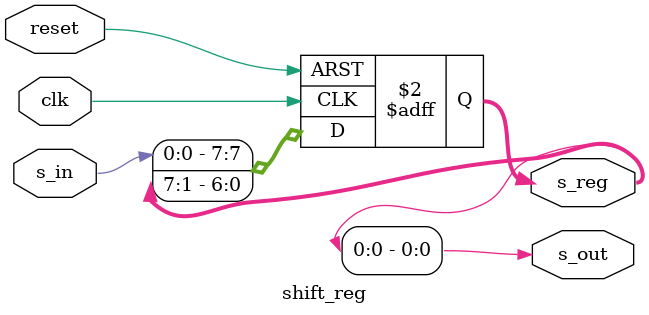
<source format=v>
`default_nettype none
`timescale 1ns/1ns

module shift_reg #(
    parameter REG_SIZE = 8
    ) (
    clk, 
    reset,
    s_in,
    s_reg,
    s_out
);

    input   wire                clk;
    input   wire                reset;
    input   wire                s_in;
    output  reg     [REG_SIZE-1:0]     s_reg;
    output  wire                s_out;

   
    // Attach the output
    assign s_out = s_reg[0];

    // Shift it all down.
    always @(posedge clk, posedge reset) 
    begin
        if (reset)
            s_reg <= {REG_SIZE{1'b0}} ;
        else
            s_reg <= {s_in, s_reg[REG_SIZE-1:1]};
    end


endmodule


</source>
